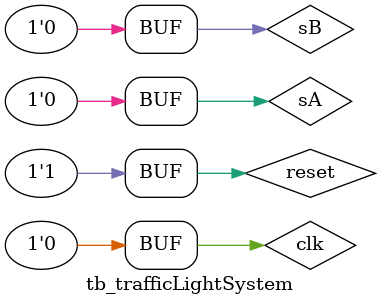
<source format=sv>
module tb_trafficLightSystem();

	logic clk, reset;
	logic sA, sB;
	logic [1:0] lA,  lB;
	
	trafficLightSystem tls(clk, reset, sA, sB, lA, lB);
	
	initial
		begin
		reset <= 1; #10; 
		reset <= 0;
		
		sA <= 1; sB <= 0; #10;
		sA <= 0; sB <= 0; #20;
		sA <= 0; sB <= 1; #40;
		sA <= 0; sB <= 0; #10;
		
		reset <= 1;
		
		end
	
	always // no sensitivity list, so it always executes
		begin
		clk <= 1; #5; clk <= 0; #5;
		end
	
	
endmodule	
</source>
